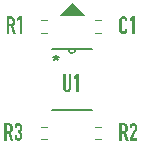
<source format=gbr>
%TF.GenerationSoftware,KiCad,Pcbnew,8.0.6*%
%TF.CreationDate,2024-11-06T22:11:36-05:00*%
%TF.ProjectId,CPLD Replacement,43504c44-2052-4657-906c-6163656d656e,rev?*%
%TF.SameCoordinates,Original*%
%TF.FileFunction,Legend,Top*%
%TF.FilePolarity,Positive*%
%FSLAX46Y46*%
G04 Gerber Fmt 4.6, Leading zero omitted, Abs format (unit mm)*
G04 Created by KiCad (PCBNEW 8.0.6) date 2024-11-06 22:11:36*
%MOMM*%
%LPD*%
G01*
G04 APERTURE LIST*
%ADD10C,0.010000*%
%ADD11C,0.150000*%
%ADD12C,0.120000*%
%ADD13C,0.152400*%
G04 APERTURE END LIST*
D10*
X147489047Y-90051019D02*
X145480000Y-90050000D01*
X146500000Y-89030000D01*
X147489047Y-90051019D01*
G36*
X147489047Y-90051019D02*
G01*
X145480000Y-90050000D01*
X146500000Y-89030000D01*
X147489047Y-90051019D01*
G37*
D11*
G36*
X141211991Y-99188827D02*
G01*
X141289237Y-99209692D01*
X141354598Y-99244468D01*
X141419589Y-99307500D01*
X141458211Y-99373574D01*
X141484950Y-99453559D01*
X141499805Y-99547454D01*
X141503147Y-99627004D01*
X141499140Y-99706681D01*
X141485476Y-99785317D01*
X141462115Y-99854516D01*
X141422633Y-99919758D01*
X141365738Y-99974798D01*
X141318134Y-100005825D01*
X141549309Y-100682500D01*
X141322530Y-100682500D01*
X141120663Y-100049422D01*
X140990604Y-100049422D01*
X140990604Y-100682500D01*
X140776281Y-100682500D01*
X140776281Y-99861844D01*
X140990604Y-99861844D01*
X141114069Y-99861844D01*
X141187158Y-99852982D01*
X141205660Y-99846090D01*
X141259149Y-99801027D01*
X141282230Y-99728853D01*
X141288509Y-99653031D01*
X141288824Y-99628836D01*
X141285418Y-99554735D01*
X141282230Y-99529551D01*
X141259282Y-99459119D01*
X141256951Y-99455179D01*
X141198332Y-99410941D01*
X141124268Y-99396713D01*
X141103810Y-99396195D01*
X140990604Y-99396195D01*
X140990604Y-99861844D01*
X140776281Y-99861844D01*
X140776281Y-99181871D01*
X141122861Y-99181871D01*
X141211991Y-99188827D01*
G37*
G36*
X141900286Y-99814949D02*
G01*
X141976890Y-99809958D01*
X142032177Y-99792234D01*
X142066524Y-99724365D01*
X142068814Y-99686721D01*
X142068814Y-99496212D01*
X142044020Y-99425522D01*
X142040604Y-99421840D01*
X141970687Y-99393010D01*
X141964766Y-99392897D01*
X141894963Y-99416357D01*
X141884899Y-99428435D01*
X141861085Y-99496212D01*
X141861085Y-99616379D01*
X141646762Y-99616379D01*
X141646762Y-99493647D01*
X141655545Y-99418967D01*
X141671675Y-99370549D01*
X141708281Y-99307010D01*
X141740918Y-99270532D01*
X141801597Y-99224908D01*
X141843500Y-99203853D01*
X141916080Y-99182746D01*
X141969163Y-99178574D01*
X142044913Y-99186141D01*
X142114609Y-99213012D01*
X142175804Y-99256346D01*
X142201804Y-99282622D01*
X142238074Y-99332814D01*
X142264452Y-99392897D01*
X142277225Y-99465857D01*
X142282243Y-99540990D01*
X142283137Y-99596962D01*
X142283137Y-99670539D01*
X142283137Y-99721892D01*
X142272606Y-99794677D01*
X142270314Y-99800661D01*
X142227450Y-99857081D01*
X142166833Y-99898281D01*
X142152345Y-99906540D01*
X142213732Y-99950087D01*
X142230747Y-99965891D01*
X142270314Y-100028906D01*
X142282824Y-100102853D01*
X142283137Y-100118665D01*
X142283137Y-100194084D01*
X142283137Y-100250190D01*
X142283137Y-100325151D01*
X142283137Y-100372555D01*
X142278022Y-100446367D01*
X142276909Y-100452423D01*
X142260056Y-100509209D01*
X142232579Y-100557203D01*
X142183556Y-100614473D01*
X142129997Y-100655389D01*
X142057823Y-100684515D01*
X141984615Y-100693882D01*
X141965866Y-100694223D01*
X141889781Y-100685706D01*
X141858154Y-100677737D01*
X141790864Y-100648370D01*
X141754473Y-100622782D01*
X141702467Y-100566139D01*
X141677170Y-100523497D01*
X141653444Y-100450839D01*
X141646762Y-100374021D01*
X141646762Y-100251655D01*
X141861085Y-100251655D01*
X141861085Y-100363763D01*
X141880908Y-100436560D01*
X141888929Y-100447294D01*
X141955945Y-100479613D01*
X141964766Y-100479900D01*
X142035206Y-100453121D01*
X142040604Y-100447294D01*
X142067822Y-100379201D01*
X142068814Y-100359366D01*
X142068814Y-100144310D01*
X142060479Y-100070854D01*
X142035475Y-100027807D01*
X141984550Y-100006924D01*
X141909867Y-100002566D01*
X141900286Y-100002527D01*
X141900286Y-99814949D01*
G37*
G36*
X146439550Y-95081871D02*
G01*
X146439550Y-96244712D01*
X146432209Y-96319748D01*
X146413538Y-96380633D01*
X146377552Y-96445999D01*
X146340265Y-96490908D01*
X146282048Y-96539002D01*
X146230356Y-96567112D01*
X146158035Y-96589034D01*
X146098099Y-96594223D01*
X146021566Y-96585645D01*
X145966207Y-96567112D01*
X145901962Y-96529477D01*
X145857764Y-96490908D01*
X145810674Y-96432214D01*
X145783025Y-96380633D01*
X145761400Y-96306972D01*
X145756281Y-96244712D01*
X145756281Y-95081871D01*
X145970604Y-95081871D01*
X145970604Y-96224195D01*
X145980840Y-96297267D01*
X146006874Y-96342165D01*
X146071583Y-96377542D01*
X146097732Y-96379900D01*
X146169654Y-96358674D01*
X146188957Y-96342165D01*
X146220941Y-96274169D01*
X146225227Y-96224195D01*
X146225227Y-95081871D01*
X146439550Y-95081871D01*
G37*
G36*
X146884683Y-96582500D02*
G01*
X146884683Y-95309384D01*
X146673657Y-95467653D01*
X146673657Y-95239774D01*
X146884683Y-95081871D01*
X147099006Y-95081871D01*
X147099006Y-96582500D01*
X146884683Y-96582500D01*
G37*
X145150000Y-93454819D02*
X145150000Y-93692914D01*
X144911905Y-93597676D02*
X145150000Y-93692914D01*
X145150000Y-93692914D02*
X145388095Y-93597676D01*
X145007143Y-93883390D02*
X145150000Y-93692914D01*
X145150000Y-93692914D02*
X145292857Y-93883390D01*
G36*
X141401991Y-90168827D02*
G01*
X141479237Y-90189692D01*
X141544598Y-90224468D01*
X141609589Y-90287500D01*
X141648211Y-90353574D01*
X141674950Y-90433559D01*
X141689805Y-90527454D01*
X141693147Y-90607004D01*
X141689140Y-90686681D01*
X141675476Y-90765317D01*
X141652115Y-90834516D01*
X141612633Y-90899758D01*
X141555738Y-90954798D01*
X141508134Y-90985825D01*
X141739309Y-91662500D01*
X141512530Y-91662500D01*
X141310663Y-91029422D01*
X141180604Y-91029422D01*
X141180604Y-91662500D01*
X140966281Y-91662500D01*
X140966281Y-90841844D01*
X141180604Y-90841844D01*
X141304069Y-90841844D01*
X141377158Y-90832982D01*
X141395660Y-90826090D01*
X141449149Y-90781027D01*
X141472230Y-90708853D01*
X141478509Y-90633031D01*
X141478824Y-90608836D01*
X141475418Y-90534735D01*
X141472230Y-90509551D01*
X141449282Y-90439119D01*
X141446951Y-90435179D01*
X141388332Y-90390941D01*
X141314268Y-90376713D01*
X141293810Y-90376195D01*
X141180604Y-90376195D01*
X141180604Y-90841844D01*
X140966281Y-90841844D01*
X140966281Y-90161871D01*
X141312861Y-90161871D01*
X141401991Y-90168827D01*
G37*
G36*
X142094683Y-91662500D02*
G01*
X142094683Y-90389384D01*
X141883657Y-90547653D01*
X141883657Y-90319774D01*
X142094683Y-90161871D01*
X142309006Y-90161871D01*
X142309006Y-91662500D01*
X142094683Y-91662500D01*
G37*
G36*
X151206833Y-91216051D02*
G01*
X151206833Y-91308375D01*
X151198603Y-91383955D01*
X151180821Y-91439534D01*
X151145710Y-91504900D01*
X151109747Y-91549809D01*
X151053358Y-91597543D01*
X151002768Y-91626013D01*
X150931336Y-91648824D01*
X150871610Y-91654223D01*
X150795475Y-91647783D01*
X150749244Y-91637737D01*
X150679982Y-91608941D01*
X150637503Y-91579118D01*
X150587013Y-91524301D01*
X150555437Y-91471407D01*
X150532559Y-91401453D01*
X150524062Y-91327672D01*
X150523564Y-91302513D01*
X150523564Y-90481857D01*
X150530491Y-90407004D01*
X150548110Y-90345936D01*
X150582629Y-90280493D01*
X150618452Y-90237126D01*
X150679211Y-90189413D01*
X150727629Y-90164952D01*
X150798407Y-90144370D01*
X150867213Y-90138574D01*
X150946683Y-90146370D01*
X151017343Y-90169757D01*
X151085521Y-90214028D01*
X151109747Y-90237126D01*
X151154595Y-90297095D01*
X151180821Y-90351432D01*
X151201118Y-90424625D01*
X151206833Y-90495047D01*
X151206833Y-90578578D01*
X150992510Y-90578578D01*
X150992510Y-90507503D01*
X150977679Y-90432535D01*
X150958072Y-90399059D01*
X150896413Y-90356549D01*
X150865382Y-90352897D01*
X150792231Y-90370204D01*
X150763166Y-90401990D01*
X150741442Y-90473660D01*
X150737887Y-90526554D01*
X150737887Y-91287126D01*
X150748477Y-91360027D01*
X150764998Y-91395936D01*
X150826830Y-91436422D01*
X150863183Y-91439900D01*
X150906414Y-91432573D01*
X150950012Y-91408393D01*
X150980420Y-91362597D01*
X150992510Y-91289324D01*
X150992510Y-91216051D01*
X151206833Y-91216051D01*
G37*
G36*
X151612398Y-91642500D02*
G01*
X151612398Y-90369384D01*
X151401373Y-90527653D01*
X151401373Y-90299774D01*
X151612398Y-90141871D01*
X151826721Y-90141871D01*
X151826721Y-91642500D01*
X151612398Y-91642500D01*
G37*
G36*
X150961991Y-99188827D02*
G01*
X151039237Y-99209692D01*
X151104598Y-99244468D01*
X151169589Y-99307500D01*
X151208211Y-99373574D01*
X151234950Y-99453559D01*
X151249805Y-99547454D01*
X151253147Y-99627004D01*
X151249140Y-99706681D01*
X151235476Y-99785317D01*
X151212115Y-99854516D01*
X151172633Y-99919758D01*
X151115738Y-99974798D01*
X151068134Y-100005825D01*
X151299309Y-100682500D01*
X151072530Y-100682500D01*
X150870663Y-100049422D01*
X150740604Y-100049422D01*
X150740604Y-100682500D01*
X150526281Y-100682500D01*
X150526281Y-99861844D01*
X150740604Y-99861844D01*
X150864069Y-99861844D01*
X150937158Y-99852982D01*
X150955660Y-99846090D01*
X151009149Y-99801027D01*
X151032230Y-99728853D01*
X151038509Y-99653031D01*
X151038824Y-99628836D01*
X151035418Y-99554735D01*
X151032230Y-99529551D01*
X151009282Y-99459119D01*
X151006951Y-99455179D01*
X150948332Y-99410941D01*
X150874268Y-99396713D01*
X150853810Y-99396195D01*
X150740604Y-99396195D01*
X150740604Y-99861844D01*
X150526281Y-99861844D01*
X150526281Y-99181871D01*
X150872861Y-99181871D01*
X150961991Y-99188827D01*
G37*
G36*
X151396762Y-100682500D02*
G01*
X151396762Y-100480633D01*
X151781445Y-99754865D01*
X151809466Y-99686717D01*
X151814418Y-99659977D01*
X151818604Y-99584012D01*
X151818814Y-99558494D01*
X151818814Y-99500975D01*
X151808189Y-99447486D01*
X151776682Y-99409017D01*
X151715866Y-99392897D01*
X151644762Y-99415464D01*
X151639295Y-99420375D01*
X151611333Y-99490275D01*
X151611085Y-99499876D01*
X151611085Y-99621142D01*
X151396762Y-99621142D01*
X151396762Y-99503906D01*
X151404645Y-99430850D01*
X151421675Y-99377876D01*
X151458281Y-99313304D01*
X151490918Y-99274928D01*
X151549708Y-99227158D01*
X151591302Y-99204952D01*
X151663882Y-99182928D01*
X151716965Y-99178574D01*
X151790305Y-99185256D01*
X151860579Y-99208982D01*
X151921502Y-99250147D01*
X151960231Y-99291781D01*
X151997632Y-99359160D01*
X152015185Y-99411215D01*
X152029193Y-99484725D01*
X152033137Y-99553365D01*
X152033137Y-99627353D01*
X152033137Y-99644223D01*
X152026909Y-99714565D01*
X152005660Y-99781610D01*
X151973270Y-99848660D01*
X151965726Y-99863309D01*
X151648821Y-100468176D01*
X152033137Y-100468176D01*
X152033137Y-100682500D01*
X151396762Y-100682500D01*
G37*
D12*
%TO.C,R3*%
X143845276Y-99537500D02*
X144354724Y-99537500D01*
X143845276Y-100582500D02*
X144354724Y-100582500D01*
D13*
%TO.C,U1*%
X144836189Y-98082700D02*
X148163811Y-98082700D01*
X148163811Y-92977300D02*
X144836189Y-92977300D01*
X146804800Y-92977300D02*
G75*
G02*
X146195200Y-92977300I-304800J0D01*
G01*
D12*
%TO.C,R1*%
X143845276Y-90517500D02*
X144354724Y-90517500D01*
X143845276Y-91562500D02*
X144354724Y-91562500D01*
%TO.C,C1*%
X148974724Y-90507500D02*
X148465276Y-90507500D01*
X148974724Y-91552500D02*
X148465276Y-91552500D01*
%TO.C,R2*%
X148465276Y-99537500D02*
X148974724Y-99537500D01*
X148465276Y-100582500D02*
X148974724Y-100582500D01*
%TD*%
M02*

</source>
